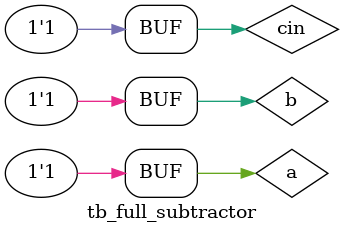
<source format=v>
module full_subtractor (a,b,cin,sub,borrow);
input wire a;
input wire b;
input wire cin;
output wire sub;
output wire borrow;
assign sub = a ^ b ^ cin;
assign borrow = (~a & b) | ((~(a ^ b)) & cin);
endmodule
////test bench////
module tb_full_subtractor;
reg a, b, cin;
wire sub, borrow;
full_subtractor s1 (a,b,cin,sub,borrow);
initial 
begin
a = 0; b = 0; cin = 0; #100;
a = 0; b = 0; cin = 1; #100;
a = 0; b = 1; cin = 0; #100;
a = 0; b = 1; cin = 1; #100;
a = 1; b = 0; cin = 0; #100;
a = 1; b = 0; cin = 1; #100;
a = 1; b = 1; cin = 0; #100;
a = 1; b = 1; cin = 1; 
end
endmodule

</source>
